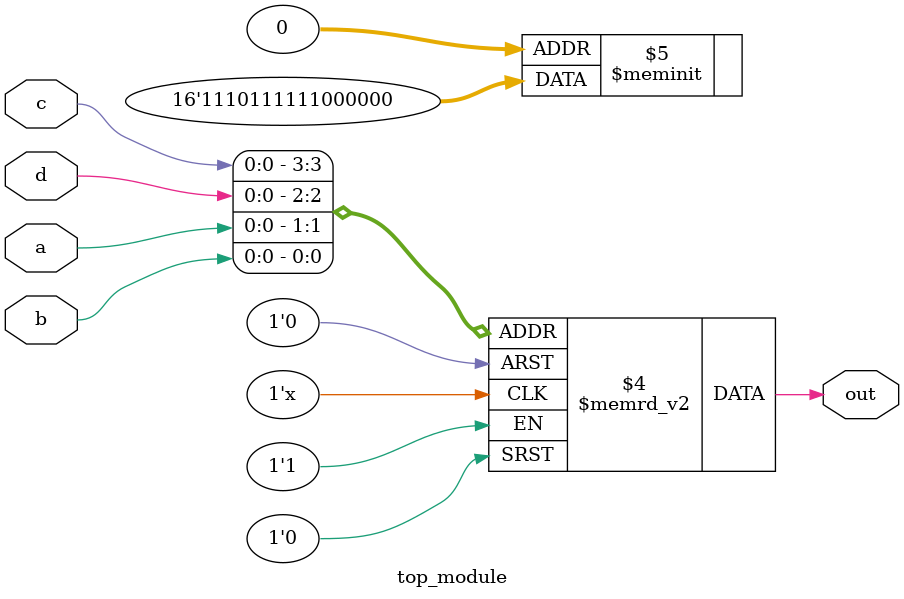
<source format=sv>
module top_module (
    input a, 
    input b,
    input c,
    input d,
    output reg out
);

    always @(*) begin
        case ({c, d, a, b})
            4'b0000: out = 1'b0; // 00 00
            4'b0001: out = 1'b0; // 00 01
            4'b0010: out = 1'b0; // 00 10
            4'b0011: out = 1'b0; // 00 11
            4'b0100: out = 1'b0; // 01 00
            4'b0101: out = 1'b0; // 01 01
            4'b0110: out = 1'b1; // 01 10
            4'b0111: out = 1'b1; // 01 11
            4'b1000: out = 1'b1; // 10 00
            4'b1001: out = 1'b1; // 10 01
            4'b1010: out = 1'b1; // 10 10
            4'b1011: out = 1'b1; // 10 11
            4'b1100: out = 1'b0; // 11 00
            4'b1101: out = 1'b1; // 11 01
            4'b1110: out = 1'b1; // 11 10
            4'b1111: out = 1'b1; // 11 11
            default: out = 1'b0; // should not occur
        endcase
    end

endmodule

</source>
